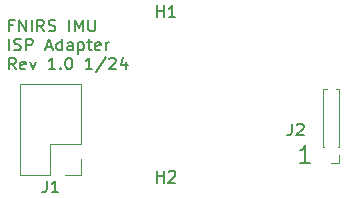
<source format=gbr>
%TF.GenerationSoftware,KiCad,Pcbnew,7.0.9-7.0.9~ubuntu22.04.1*%
%TF.CreationDate,2024-01-17T07:18:58-05:00*%
%TF.ProjectId,imu-adapter,696d752d-6164-4617-9074-65722e6b6963,rev?*%
%TF.SameCoordinates,Original*%
%TF.FileFunction,Legend,Top*%
%TF.FilePolarity,Positive*%
%FSLAX46Y46*%
G04 Gerber Fmt 4.6, Leading zero omitted, Abs format (unit mm)*
G04 Created by KiCad (PCBNEW 7.0.9-7.0.9~ubuntu22.04.1) date 2024-01-17 07:18:58*
%MOMM*%
%LPD*%
G01*
G04 APERTURE LIST*
%ADD10C,0.150000*%
%ADD11C,0.120000*%
G04 APERTURE END LIST*
D10*
X57570112Y-36626009D02*
X57236779Y-36626009D01*
X57236779Y-37149819D02*
X57236779Y-36149819D01*
X57236779Y-36149819D02*
X57712969Y-36149819D01*
X58093922Y-37149819D02*
X58093922Y-36149819D01*
X58093922Y-36149819D02*
X58665350Y-37149819D01*
X58665350Y-37149819D02*
X58665350Y-36149819D01*
X59141541Y-37149819D02*
X59141541Y-36149819D01*
X60189159Y-37149819D02*
X59855826Y-36673628D01*
X59617731Y-37149819D02*
X59617731Y-36149819D01*
X59617731Y-36149819D02*
X59998683Y-36149819D01*
X59998683Y-36149819D02*
X60093921Y-36197438D01*
X60093921Y-36197438D02*
X60141540Y-36245057D01*
X60141540Y-36245057D02*
X60189159Y-36340295D01*
X60189159Y-36340295D02*
X60189159Y-36483152D01*
X60189159Y-36483152D02*
X60141540Y-36578390D01*
X60141540Y-36578390D02*
X60093921Y-36626009D01*
X60093921Y-36626009D02*
X59998683Y-36673628D01*
X59998683Y-36673628D02*
X59617731Y-36673628D01*
X60570112Y-37102200D02*
X60712969Y-37149819D01*
X60712969Y-37149819D02*
X60951064Y-37149819D01*
X60951064Y-37149819D02*
X61046302Y-37102200D01*
X61046302Y-37102200D02*
X61093921Y-37054580D01*
X61093921Y-37054580D02*
X61141540Y-36959342D01*
X61141540Y-36959342D02*
X61141540Y-36864104D01*
X61141540Y-36864104D02*
X61093921Y-36768866D01*
X61093921Y-36768866D02*
X61046302Y-36721247D01*
X61046302Y-36721247D02*
X60951064Y-36673628D01*
X60951064Y-36673628D02*
X60760588Y-36626009D01*
X60760588Y-36626009D02*
X60665350Y-36578390D01*
X60665350Y-36578390D02*
X60617731Y-36530771D01*
X60617731Y-36530771D02*
X60570112Y-36435533D01*
X60570112Y-36435533D02*
X60570112Y-36340295D01*
X60570112Y-36340295D02*
X60617731Y-36245057D01*
X60617731Y-36245057D02*
X60665350Y-36197438D01*
X60665350Y-36197438D02*
X60760588Y-36149819D01*
X60760588Y-36149819D02*
X60998683Y-36149819D01*
X60998683Y-36149819D02*
X61141540Y-36197438D01*
X62332017Y-37149819D02*
X62332017Y-36149819D01*
X62808207Y-37149819D02*
X62808207Y-36149819D01*
X62808207Y-36149819D02*
X63141540Y-36864104D01*
X63141540Y-36864104D02*
X63474873Y-36149819D01*
X63474873Y-36149819D02*
X63474873Y-37149819D01*
X63951064Y-36149819D02*
X63951064Y-36959342D01*
X63951064Y-36959342D02*
X63998683Y-37054580D01*
X63998683Y-37054580D02*
X64046302Y-37102200D01*
X64046302Y-37102200D02*
X64141540Y-37149819D01*
X64141540Y-37149819D02*
X64332016Y-37149819D01*
X64332016Y-37149819D02*
X64427254Y-37102200D01*
X64427254Y-37102200D02*
X64474873Y-37054580D01*
X64474873Y-37054580D02*
X64522492Y-36959342D01*
X64522492Y-36959342D02*
X64522492Y-36149819D01*
X57236779Y-38759819D02*
X57236779Y-37759819D01*
X57665350Y-38712200D02*
X57808207Y-38759819D01*
X57808207Y-38759819D02*
X58046302Y-38759819D01*
X58046302Y-38759819D02*
X58141540Y-38712200D01*
X58141540Y-38712200D02*
X58189159Y-38664580D01*
X58189159Y-38664580D02*
X58236778Y-38569342D01*
X58236778Y-38569342D02*
X58236778Y-38474104D01*
X58236778Y-38474104D02*
X58189159Y-38378866D01*
X58189159Y-38378866D02*
X58141540Y-38331247D01*
X58141540Y-38331247D02*
X58046302Y-38283628D01*
X58046302Y-38283628D02*
X57855826Y-38236009D01*
X57855826Y-38236009D02*
X57760588Y-38188390D01*
X57760588Y-38188390D02*
X57712969Y-38140771D01*
X57712969Y-38140771D02*
X57665350Y-38045533D01*
X57665350Y-38045533D02*
X57665350Y-37950295D01*
X57665350Y-37950295D02*
X57712969Y-37855057D01*
X57712969Y-37855057D02*
X57760588Y-37807438D01*
X57760588Y-37807438D02*
X57855826Y-37759819D01*
X57855826Y-37759819D02*
X58093921Y-37759819D01*
X58093921Y-37759819D02*
X58236778Y-37807438D01*
X58665350Y-38759819D02*
X58665350Y-37759819D01*
X58665350Y-37759819D02*
X59046302Y-37759819D01*
X59046302Y-37759819D02*
X59141540Y-37807438D01*
X59141540Y-37807438D02*
X59189159Y-37855057D01*
X59189159Y-37855057D02*
X59236778Y-37950295D01*
X59236778Y-37950295D02*
X59236778Y-38093152D01*
X59236778Y-38093152D02*
X59189159Y-38188390D01*
X59189159Y-38188390D02*
X59141540Y-38236009D01*
X59141540Y-38236009D02*
X59046302Y-38283628D01*
X59046302Y-38283628D02*
X58665350Y-38283628D01*
X60379636Y-38474104D02*
X60855826Y-38474104D01*
X60284398Y-38759819D02*
X60617731Y-37759819D01*
X60617731Y-37759819D02*
X60951064Y-38759819D01*
X61712969Y-38759819D02*
X61712969Y-37759819D01*
X61712969Y-38712200D02*
X61617731Y-38759819D01*
X61617731Y-38759819D02*
X61427255Y-38759819D01*
X61427255Y-38759819D02*
X61332017Y-38712200D01*
X61332017Y-38712200D02*
X61284398Y-38664580D01*
X61284398Y-38664580D02*
X61236779Y-38569342D01*
X61236779Y-38569342D02*
X61236779Y-38283628D01*
X61236779Y-38283628D02*
X61284398Y-38188390D01*
X61284398Y-38188390D02*
X61332017Y-38140771D01*
X61332017Y-38140771D02*
X61427255Y-38093152D01*
X61427255Y-38093152D02*
X61617731Y-38093152D01*
X61617731Y-38093152D02*
X61712969Y-38140771D01*
X62617731Y-38759819D02*
X62617731Y-38236009D01*
X62617731Y-38236009D02*
X62570112Y-38140771D01*
X62570112Y-38140771D02*
X62474874Y-38093152D01*
X62474874Y-38093152D02*
X62284398Y-38093152D01*
X62284398Y-38093152D02*
X62189160Y-38140771D01*
X62617731Y-38712200D02*
X62522493Y-38759819D01*
X62522493Y-38759819D02*
X62284398Y-38759819D01*
X62284398Y-38759819D02*
X62189160Y-38712200D01*
X62189160Y-38712200D02*
X62141541Y-38616961D01*
X62141541Y-38616961D02*
X62141541Y-38521723D01*
X62141541Y-38521723D02*
X62189160Y-38426485D01*
X62189160Y-38426485D02*
X62284398Y-38378866D01*
X62284398Y-38378866D02*
X62522493Y-38378866D01*
X62522493Y-38378866D02*
X62617731Y-38331247D01*
X63093922Y-38093152D02*
X63093922Y-39093152D01*
X63093922Y-38140771D02*
X63189160Y-38093152D01*
X63189160Y-38093152D02*
X63379636Y-38093152D01*
X63379636Y-38093152D02*
X63474874Y-38140771D01*
X63474874Y-38140771D02*
X63522493Y-38188390D01*
X63522493Y-38188390D02*
X63570112Y-38283628D01*
X63570112Y-38283628D02*
X63570112Y-38569342D01*
X63570112Y-38569342D02*
X63522493Y-38664580D01*
X63522493Y-38664580D02*
X63474874Y-38712200D01*
X63474874Y-38712200D02*
X63379636Y-38759819D01*
X63379636Y-38759819D02*
X63189160Y-38759819D01*
X63189160Y-38759819D02*
X63093922Y-38712200D01*
X63855827Y-38093152D02*
X64236779Y-38093152D01*
X63998684Y-37759819D02*
X63998684Y-38616961D01*
X63998684Y-38616961D02*
X64046303Y-38712200D01*
X64046303Y-38712200D02*
X64141541Y-38759819D01*
X64141541Y-38759819D02*
X64236779Y-38759819D01*
X64951065Y-38712200D02*
X64855827Y-38759819D01*
X64855827Y-38759819D02*
X64665351Y-38759819D01*
X64665351Y-38759819D02*
X64570113Y-38712200D01*
X64570113Y-38712200D02*
X64522494Y-38616961D01*
X64522494Y-38616961D02*
X64522494Y-38236009D01*
X64522494Y-38236009D02*
X64570113Y-38140771D01*
X64570113Y-38140771D02*
X64665351Y-38093152D01*
X64665351Y-38093152D02*
X64855827Y-38093152D01*
X64855827Y-38093152D02*
X64951065Y-38140771D01*
X64951065Y-38140771D02*
X64998684Y-38236009D01*
X64998684Y-38236009D02*
X64998684Y-38331247D01*
X64998684Y-38331247D02*
X64522494Y-38426485D01*
X65427256Y-38759819D02*
X65427256Y-38093152D01*
X65427256Y-38283628D02*
X65474875Y-38188390D01*
X65474875Y-38188390D02*
X65522494Y-38140771D01*
X65522494Y-38140771D02*
X65617732Y-38093152D01*
X65617732Y-38093152D02*
X65712970Y-38093152D01*
X57808207Y-40369819D02*
X57474874Y-39893628D01*
X57236779Y-40369819D02*
X57236779Y-39369819D01*
X57236779Y-39369819D02*
X57617731Y-39369819D01*
X57617731Y-39369819D02*
X57712969Y-39417438D01*
X57712969Y-39417438D02*
X57760588Y-39465057D01*
X57760588Y-39465057D02*
X57808207Y-39560295D01*
X57808207Y-39560295D02*
X57808207Y-39703152D01*
X57808207Y-39703152D02*
X57760588Y-39798390D01*
X57760588Y-39798390D02*
X57712969Y-39846009D01*
X57712969Y-39846009D02*
X57617731Y-39893628D01*
X57617731Y-39893628D02*
X57236779Y-39893628D01*
X58617731Y-40322200D02*
X58522493Y-40369819D01*
X58522493Y-40369819D02*
X58332017Y-40369819D01*
X58332017Y-40369819D02*
X58236779Y-40322200D01*
X58236779Y-40322200D02*
X58189160Y-40226961D01*
X58189160Y-40226961D02*
X58189160Y-39846009D01*
X58189160Y-39846009D02*
X58236779Y-39750771D01*
X58236779Y-39750771D02*
X58332017Y-39703152D01*
X58332017Y-39703152D02*
X58522493Y-39703152D01*
X58522493Y-39703152D02*
X58617731Y-39750771D01*
X58617731Y-39750771D02*
X58665350Y-39846009D01*
X58665350Y-39846009D02*
X58665350Y-39941247D01*
X58665350Y-39941247D02*
X58189160Y-40036485D01*
X58998684Y-39703152D02*
X59236779Y-40369819D01*
X59236779Y-40369819D02*
X59474874Y-39703152D01*
X61141541Y-40369819D02*
X60570113Y-40369819D01*
X60855827Y-40369819D02*
X60855827Y-39369819D01*
X60855827Y-39369819D02*
X60760589Y-39512676D01*
X60760589Y-39512676D02*
X60665351Y-39607914D01*
X60665351Y-39607914D02*
X60570113Y-39655533D01*
X61570113Y-40274580D02*
X61617732Y-40322200D01*
X61617732Y-40322200D02*
X61570113Y-40369819D01*
X61570113Y-40369819D02*
X61522494Y-40322200D01*
X61522494Y-40322200D02*
X61570113Y-40274580D01*
X61570113Y-40274580D02*
X61570113Y-40369819D01*
X62236779Y-39369819D02*
X62332017Y-39369819D01*
X62332017Y-39369819D02*
X62427255Y-39417438D01*
X62427255Y-39417438D02*
X62474874Y-39465057D01*
X62474874Y-39465057D02*
X62522493Y-39560295D01*
X62522493Y-39560295D02*
X62570112Y-39750771D01*
X62570112Y-39750771D02*
X62570112Y-39988866D01*
X62570112Y-39988866D02*
X62522493Y-40179342D01*
X62522493Y-40179342D02*
X62474874Y-40274580D01*
X62474874Y-40274580D02*
X62427255Y-40322200D01*
X62427255Y-40322200D02*
X62332017Y-40369819D01*
X62332017Y-40369819D02*
X62236779Y-40369819D01*
X62236779Y-40369819D02*
X62141541Y-40322200D01*
X62141541Y-40322200D02*
X62093922Y-40274580D01*
X62093922Y-40274580D02*
X62046303Y-40179342D01*
X62046303Y-40179342D02*
X61998684Y-39988866D01*
X61998684Y-39988866D02*
X61998684Y-39750771D01*
X61998684Y-39750771D02*
X62046303Y-39560295D01*
X62046303Y-39560295D02*
X62093922Y-39465057D01*
X62093922Y-39465057D02*
X62141541Y-39417438D01*
X62141541Y-39417438D02*
X62236779Y-39369819D01*
X64284398Y-40369819D02*
X63712970Y-40369819D01*
X63998684Y-40369819D02*
X63998684Y-39369819D01*
X63998684Y-39369819D02*
X63903446Y-39512676D01*
X63903446Y-39512676D02*
X63808208Y-39607914D01*
X63808208Y-39607914D02*
X63712970Y-39655533D01*
X65427255Y-39322200D02*
X64570113Y-40607914D01*
X65712970Y-39465057D02*
X65760589Y-39417438D01*
X65760589Y-39417438D02*
X65855827Y-39369819D01*
X65855827Y-39369819D02*
X66093922Y-39369819D01*
X66093922Y-39369819D02*
X66189160Y-39417438D01*
X66189160Y-39417438D02*
X66236779Y-39465057D01*
X66236779Y-39465057D02*
X66284398Y-39560295D01*
X66284398Y-39560295D02*
X66284398Y-39655533D01*
X66284398Y-39655533D02*
X66236779Y-39798390D01*
X66236779Y-39798390D02*
X65665351Y-40369819D01*
X65665351Y-40369819D02*
X66284398Y-40369819D01*
X67141541Y-39703152D02*
X67141541Y-40369819D01*
X66903446Y-39322200D02*
X66665351Y-40036485D01*
X66665351Y-40036485D02*
X67284398Y-40036485D01*
X82741541Y-48308628D02*
X81884398Y-48308628D01*
X82312969Y-48308628D02*
X82312969Y-46808628D01*
X82312969Y-46808628D02*
X82170112Y-47022914D01*
X82170112Y-47022914D02*
X82027255Y-47165771D01*
X82027255Y-47165771D02*
X81884398Y-47237200D01*
X60396666Y-49784819D02*
X60396666Y-50499104D01*
X60396666Y-50499104D02*
X60349047Y-50641961D01*
X60349047Y-50641961D02*
X60253809Y-50737200D01*
X60253809Y-50737200D02*
X60110952Y-50784819D01*
X60110952Y-50784819D02*
X60015714Y-50784819D01*
X61396666Y-50784819D02*
X60825238Y-50784819D01*
X61110952Y-50784819D02*
X61110952Y-49784819D01*
X61110952Y-49784819D02*
X61015714Y-49927676D01*
X61015714Y-49927676D02*
X60920476Y-50022914D01*
X60920476Y-50022914D02*
X60825238Y-50070533D01*
X69738095Y-35954819D02*
X69738095Y-34954819D01*
X69738095Y-35431009D02*
X70309523Y-35431009D01*
X70309523Y-35954819D02*
X70309523Y-34954819D01*
X71309523Y-35954819D02*
X70738095Y-35954819D01*
X71023809Y-35954819D02*
X71023809Y-34954819D01*
X71023809Y-34954819D02*
X70928571Y-35097676D01*
X70928571Y-35097676D02*
X70833333Y-35192914D01*
X70833333Y-35192914D02*
X70738095Y-35240533D01*
X69738095Y-49954819D02*
X69738095Y-48954819D01*
X69738095Y-49431009D02*
X70309523Y-49431009D01*
X70309523Y-49954819D02*
X70309523Y-48954819D01*
X70738095Y-49050057D02*
X70785714Y-49002438D01*
X70785714Y-49002438D02*
X70880952Y-48954819D01*
X70880952Y-48954819D02*
X71119047Y-48954819D01*
X71119047Y-48954819D02*
X71214285Y-49002438D01*
X71214285Y-49002438D02*
X71261904Y-49050057D01*
X71261904Y-49050057D02*
X71309523Y-49145295D01*
X71309523Y-49145295D02*
X71309523Y-49240533D01*
X71309523Y-49240533D02*
X71261904Y-49383390D01*
X71261904Y-49383390D02*
X70690476Y-49954819D01*
X70690476Y-49954819D02*
X71309523Y-49954819D01*
X81166666Y-44954819D02*
X81166666Y-45669104D01*
X81166666Y-45669104D02*
X81119047Y-45811961D01*
X81119047Y-45811961D02*
X81023809Y-45907200D01*
X81023809Y-45907200D02*
X80880952Y-45954819D01*
X80880952Y-45954819D02*
X80785714Y-45954819D01*
X81595238Y-45050057D02*
X81642857Y-45002438D01*
X81642857Y-45002438D02*
X81738095Y-44954819D01*
X81738095Y-44954819D02*
X81976190Y-44954819D01*
X81976190Y-44954819D02*
X82071428Y-45002438D01*
X82071428Y-45002438D02*
X82119047Y-45050057D01*
X82119047Y-45050057D02*
X82166666Y-45145295D01*
X82166666Y-45145295D02*
X82166666Y-45240533D01*
X82166666Y-45240533D02*
X82119047Y-45383390D01*
X82119047Y-45383390D02*
X81547619Y-45954819D01*
X81547619Y-45954819D02*
X82166666Y-45954819D01*
D11*
%TO.C,J1*%
X60730000Y-46730000D02*
X60730000Y-49330000D01*
X63330000Y-41590000D02*
X58130000Y-41590000D01*
X58130000Y-49330000D02*
X58130000Y-41590000D01*
X63330000Y-49330000D02*
X62000000Y-49330000D01*
X63330000Y-46730000D02*
X63330000Y-41590000D01*
X63330000Y-46730000D02*
X60730000Y-46730000D01*
X63330000Y-48000000D02*
X63330000Y-49330000D01*
X60730000Y-49330000D02*
X58130000Y-49330000D01*
%TO.C,J2*%
X85195000Y-48285000D02*
X84500000Y-48285000D01*
X85195000Y-47600000D02*
X85195000Y-48285000D01*
X85195000Y-46915000D02*
X85195000Y-42040000D01*
X85195000Y-46915000D02*
X85108276Y-46915000D01*
X85195000Y-42040000D02*
X84894493Y-42040000D01*
X84105507Y-42040000D02*
X83805000Y-42040000D01*
X83891724Y-46915000D02*
X83805000Y-46915000D01*
X83805000Y-46915000D02*
X83805000Y-42040000D01*
%TD*%
M02*

</source>
